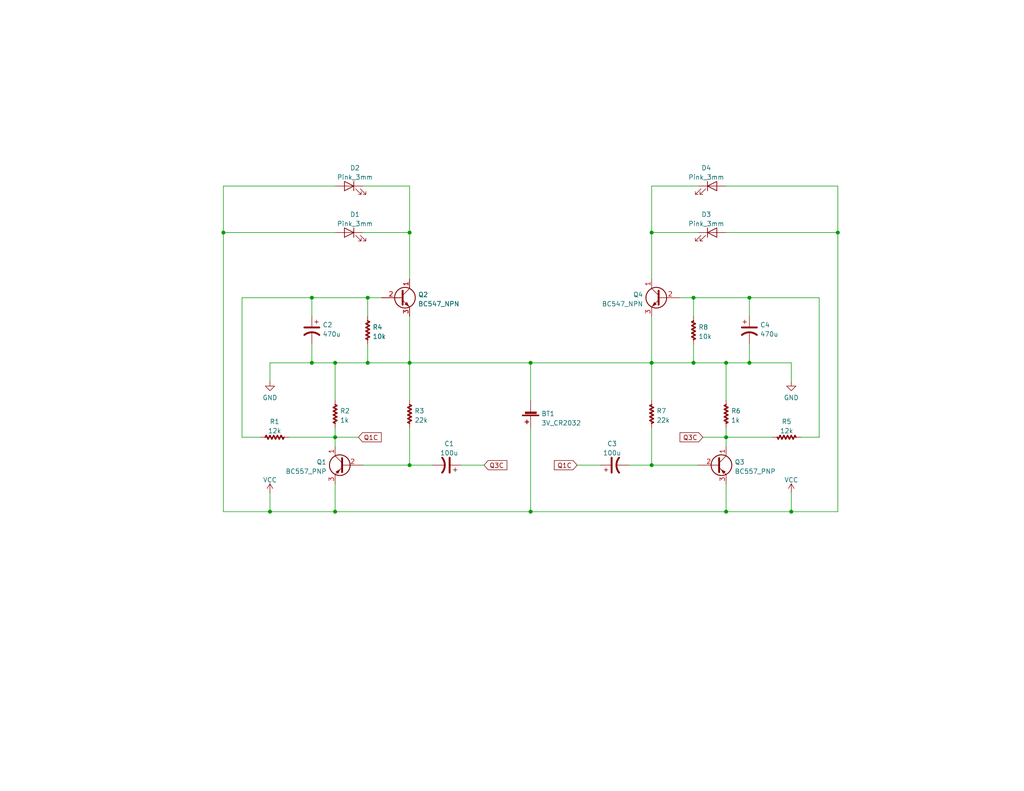
<source format=kicad_sch>
(kicad_sch (version 20211123) (generator eeschema)
  (paper "USLetter")
  (title_block (title "Sailor Moon Badge") (date "2023-07-09") (rev "1") (company "Made by Ninjician with help from @alt_bier"))
  (lib_symbols
    (symbol "0_local:Battery_CR2032" (pin_numbers hide) (pin_names (offset 0) hide)
      (property "Reference" "BT" (at 2.54 2.54 0))
      (property "Value" "Battery_CR2032" (at 2.54 0 0))
      (symbol "Battery_CR2032_0_1"
        (rectangle (start -2.286 1.778) (end 2.286 1.524) (fill (type outline)))
        (rectangle (start -1.5748 1.1938) (end 1.4732 0.6858) (fill (type outline)))
        (polyline (pts (xy 0 0.762) (xy 0 0)))
        (polyline (pts (xy 0 1.778) (xy 0 2.54)))
        (polyline (pts (xy 0.508 3.429) (xy 1.524 3.429)) (stroke (width 0.254)))
        (polyline (pts (xy 1.016 3.937) (xy 1.016 2.921)) (stroke (width 0.254)))
      )
      (symbol "Battery_CR2032_1_1"
        (pin passive line (at 0 5.08 270) (length 2.54) (name "+") (number "1"))
        (pin passive line (at 0 -2.54 90) (length 2.54) (name "-") (number "2"))
      )
    )
    (symbol "0_local:CP_Radial_D6" (pin_numbers hide) (pin_names (offset 0.254) hide)
      (property "Reference" "C" (at 0.635 2.54 0))
      (property "Value" "CP_Radial_D6" (at 0.635 -2.54 0))
      (symbol "CP_Radial_D6_0_1"
        (polyline (pts (xy -2.032 0.762) (xy 2.032 0.762)) (stroke (width 0.508)))
        (polyline (pts (xy -1.778 2.286) (xy -0.762 2.286)))
        (polyline (pts (xy -1.27 1.778) (xy -1.27 2.794)))
        (arc (start 2.032 -1.27) (mid 0 -0.5572) (end -2.032 -1.27) (stroke (width 0.508)))
      )
      (symbol "CP_Radial_D6_1_1"
        (pin passive line (at 0 3.81 270) (length 2.794) (name "~") (number "1"))
        (pin passive line (at 0 -3.81 90) (length 3.302) (name "~") (number "2"))
      )
    )
    (symbol "0_local:LED_THT_3mm" (pin_numbers hide) (pin_names (offset 1.016) hide)
      (property "Reference" "D" (at 0 2.54 0))
      (property "Value" "LED_THT_3mm" (at 0 -3.81 0))
      (symbol "LED_THT_3mm_0_1"
        (polyline (pts (xy -1.27 -1.27) (xy -1.27 1.27)) (stroke (width 0.2032)))
        (polyline (pts (xy -1.27 0) (xy 1.27 0)))
        (polyline (pts (xy 1.27 -1.27) (xy 1.27 1.27) (xy -1.27 0) (xy 1.27 -1.27)) (stroke (width 0.2032)))
        (polyline (pts (xy -3.048 -0.762) (xy -4.572 -2.286) (xy -3.81 -2.286) (xy -4.572 -2.286) (xy -4.572 -1.524)))
        (polyline (pts (xy -1.778 -0.762) (xy -3.302 -2.286) (xy -2.54 -2.286) (xy -3.302 -2.286) (xy -3.302 -1.524)))
      )
      (symbol "LED_THT_3mm_1_1"
        (pin passive line (at -3.81 0 0) (length 2.54) (name "K") (number "1"))
        (pin passive line (at 3.81 0 180) (length 2.54) (name "A") (number "2"))
      )
    )
    (symbol "0_local:Q_BC547_TO92_Back" (pin_names (offset 0) hide)
      (property "Reference" "Q" (at 5.08 1.905 0))
      (property "Value" "Q_BC547_TO92_Back" (at 5.08 0 0))
      (symbol "Q_BC547_TO92_Back_0_1"
        (polyline (pts (xy 0 0) (xy 0.635 0)))
        (polyline (pts (xy 0.635 0.635) (xy 2.54 2.54)))
        (polyline (pts (xy 0.635 -0.635) (xy 2.54 -2.54) (xy 2.54 -2.54)))
        (polyline (pts (xy 0.635 1.905) (xy 0.635 -1.905) (xy 0.635 -1.905)) (stroke (width 0.508)))
        (polyline (pts (xy 1.27 -1.778) (xy 1.778 -1.27) (xy 2.286 -2.286) (xy 1.27 -1.778) (xy 1.27 -1.778)) (fill (type outline)))
        (circle (center 1.27 0) (radius 2.8194) (stroke (width 0.254)))
      )
      (symbol "Q_BC547_TO92_Back_1_1"
        (pin passive line (at 2.54 5.08 270) (length 2.54) (name "C") (number "1"))
        (pin input line (at -5.08 0 0) (length 5.08) (name "B") (number "2"))
        (pin passive line (at 2.54 -5.08 90) (length 2.54) (name "E") (number "3"))
      )
    )
    (symbol "0_local:Q_BC557_TO92_Back" (pin_names (offset 0) hide)
      (property "Reference" "Q" (at 5.08 1.905 0))
      (property "Value" "Q_BC557_TO92_Back" (at 5.08 0 0))
      (symbol "Q_BC557_TO92_Back_0_1"
        (polyline (pts (xy 0.635 0.635) (xy 2.54 2.54)))
        (polyline (pts (xy 0.635 -0.635) (xy 2.54 -2.54) (xy 2.54 -2.54)))
        (polyline (pts (xy 0.635 1.905) (xy 0.635 -1.905) (xy 0.635 -1.905)) (stroke (width 0.508)))
        (polyline (pts (xy 2.286 -1.778) (xy 1.778 -2.286) (xy 1.27 -1.27) (xy 2.286 -1.778) (xy 2.286 -1.778)) (fill (type outline)))
        (circle (center 1.27 0) (radius 2.8194) (stroke (width 0.254)))
      )
      (symbol "Q_BC557_TO92_Back_1_1"
        (pin passive line (at 2.54 5.08 270) (length 2.54) (name "C") (number "1"))
        (pin input line (at -5.08 0 0) (length 5.715) (name "B") (number "2"))
        (pin passive line (at 2.54 -5.08 90) (length 2.54) (name "E") (number "3"))
      )
    )
    (symbol "0_local:R_Axial_Z_L6.3" (pin_numbers hide) (pin_names (offset 0))
      (property "Reference" "R" (at 2.032 0 90))
      (property "Value" "R_Axial_Z_L6.3" (at -2.032 0 90))
      (symbol "R_Axial_Z_L6.3_0_1"
        (polyline (pts (xy 0 2.54) (xy -0.508 2.286) (xy 0.508 1.778) (xy -0.508 1.27) (xy 0.508 0.762) (xy -0.508 0.254) (xy 0.508 -0.254) (xy -0.508 -0.762) (xy 0.508 -1.27) (xy -0.508 -1.778) (xy 0.508 -2.286) (xy 0 -2.54)) (stroke (width 0.381)))
      )
      (symbol "R_Axial_Z_L6.3_1_1"
        (pin passive line (at 0 3.81 270) (length 1.27) (name "~") (number "1"))
        (pin passive line (at 0 -3.81 90) (length 1.27) (name "~") (number "2"))
      )
    )
    (symbol "power:GND" (power) (pin_names (offset 0))
      (property "Value" "GND" (at 0 -3.81 0))
      (symbol "GND_0_1"
        (polyline (pts (xy 0 0) (xy 0 -1.27) (xy 1.27 -1.27) (xy 0 -2.54) (xy -1.27 -1.27) (xy 0 -1.27)))
      )
      (symbol "GND_1_1"
        (pin power_in line (at 0 0 270) (length 0) hide (name "GND") (number "1"))
      )
    )
    (symbol "power:VCC" (power) (pin_names (offset 0))
      (property "Value" "VCC" (at 0 3.81 0))
      (symbol "VCC_0_1"
        (polyline (pts (xy -0.762 1.27) (xy 0 2.54)))
        (polyline (pts (xy 0 0) (xy 0 2.54)))
        (polyline (pts (xy 0 2.54) (xy 0.762 1.27)))
      )
      (symbol "VCC_1_1"
        (pin power_in line (at 0 0 90) (length 0) hide (name "VCC") (number "1"))
      )
    )
  )
  (junction (at 177.8 127))
  (junction (at 111.76 99.06))
  (junction (at 73.66 139.7))
  (junction (at 111.76 127))
  (junction (at 111.76 63.5))
  (junction (at 91.44 119.38))
  (junction (at 100.33 99.06))
  (junction (at 177.8 99.06))
  (junction (at 177.8 63.5))
  (junction (at 100.33 81.28))
  (junction (at 144.78 99.06))
  (junction (at 189.23 81.28))
  (junction (at 204.47 99.06))
  (junction (at 204.47 81.28))
  (junction (at 215.9 139.7))
  (junction (at 198.12 139.7))
  (junction (at 198.12 99.06))
  (junction (at 91.44 139.7))
  (junction (at 91.44 99.06))
  (junction (at 198.12 119.38))
  (junction (at 85.09 81.28))
  (junction (at 144.78 139.7))
  (junction (at 189.23 99.06))
  (junction (at 85.09 99.06))
  (junction (at 228.6 63.5))
  (junction (at 60.96 63.5))
  (wire (pts (xy 198.12 99.06) (xy 198.12 109.22)))
  (wire (pts (xy 91.44 99.06) (xy 85.09 99.06)))
  (wire (pts (xy 215.9 134.62) (xy 215.9 139.7)))
  (wire (pts (xy 91.44 121.92) (xy 91.44 119.38)))
  (wire (pts (xy 91.44 63.5) (xy 60.96 63.5)))
  (wire (pts (xy 198.12 63.5) (xy 228.6 63.5)))
  (wire (pts (xy 228.6 63.5) (xy 228.6 50.8)))
  (wire (pts (xy 73.66 99.06) (xy 73.66 104.14)))
  (wire (pts (xy 177.8 99.06) (xy 189.23 99.06)))
  (wire (pts (xy 144.78 139.7) (xy 198.12 139.7)))
  (wire (pts (xy 100.33 81.28) (xy 104.14 81.28)))
  (wire (pts (xy 91.44 139.7) (xy 73.66 139.7)))
  (wire (pts (xy 177.8 63.5) (xy 190.5 63.5)))
  (wire (pts (xy 100.33 99.06) (xy 91.44 99.06)))
  (wire (pts (xy 100.33 86.36) (xy 100.33 81.28)))
  (wire (pts (xy 190.5 50.8) (xy 177.8 50.8)))
  (wire (pts (xy 66.04 119.38) (xy 66.04 81.28)))
  (wire (pts (xy 78.74 119.38) (xy 91.44 119.38)))
  (wire (pts (xy 111.76 50.8) (xy 111.76 63.5)))
  (wire (pts (xy 66.04 119.38) (xy 71.12 119.38)))
  (wire (pts (xy 91.44 119.38) (xy 97.79 119.38)))
  (wire (pts (xy 228.6 50.8) (xy 198.12 50.8)))
  (wire (pts (xy 125.73 127) (xy 132.08 127)))
  (wire (pts (xy 85.09 93.98) (xy 85.09 99.06)))
  (wire (pts (xy 189.23 81.28) (xy 185.42 81.28)))
  (wire (pts (xy 73.66 99.06) (xy 85.09 99.06)))
  (wire (pts (xy 91.44 132.08) (xy 91.44 139.7)))
  (wire (pts (xy 177.8 50.8) (xy 177.8 63.5)))
  (wire (pts (xy 210.82 119.38) (xy 198.12 119.38)))
  (wire (pts (xy 215.9 99.06) (xy 215.9 104.14)))
  (wire (pts (xy 91.44 99.06) (xy 91.44 109.22)))
  (wire (pts (xy 171.45 127) (xy 177.8 127)))
  (wire (pts (xy 99.06 50.8) (xy 111.76 50.8)))
  (wire (pts (xy 198.12 99.06) (xy 204.47 99.06)))
  (wire (pts (xy 204.47 93.98) (xy 204.47 99.06)))
  (wire (pts (xy 215.9 139.7) (xy 228.6 139.7)))
  (wire (pts (xy 91.44 119.38) (xy 91.44 116.84)))
  (wire (pts (xy 66.04 81.28) (xy 85.09 81.28)))
  (wire (pts (xy 204.47 86.36) (xy 204.47 81.28)))
  (wire (pts (xy 191.77 119.38) (xy 198.12 119.38)))
  (wire (pts (xy 198.12 119.38) (xy 198.12 116.84)))
  (wire (pts (xy 91.44 139.7) (xy 144.78 139.7)))
  (wire (pts (xy 177.8 127) (xy 190.5 127)))
  (wire (pts (xy 144.78 109.22) (xy 144.78 99.06)))
  (wire (pts (xy 111.76 63.5) (xy 99.06 63.5)))
  (wire (pts (xy 100.33 93.98) (xy 100.33 99.06)))
  (wire (pts (xy 73.66 134.62) (xy 73.66 139.7)))
  (wire (pts (xy 177.8 116.84) (xy 177.8 127)))
  (wire (pts (xy 60.96 50.8) (xy 91.44 50.8)))
  (wire (pts (xy 111.76 99.06) (xy 100.33 99.06)))
  (wire (pts (xy 204.47 81.28) (xy 189.23 81.28)))
  (wire (pts (xy 198.12 132.08) (xy 198.12 139.7)))
  (wire (pts (xy 60.96 63.5) (xy 60.96 50.8)))
  (wire (pts (xy 189.23 93.98) (xy 189.23 99.06)))
  (wire (pts (xy 189.23 99.06) (xy 198.12 99.06)))
  (wire (pts (xy 228.6 139.7) (xy 228.6 63.5)))
  (wire (pts (xy 204.47 99.06) (xy 215.9 99.06)))
  (wire (pts (xy 144.78 116.84) (xy 144.78 139.7)))
  (wire (pts (xy 177.8 76.2) (xy 177.8 63.5)))
  (wire (pts (xy 177.8 99.06) (xy 177.8 109.22)))
  (wire (pts (xy 111.76 99.06) (xy 144.78 99.06)))
  (wire (pts (xy 223.52 81.28) (xy 204.47 81.28)))
  (wire (pts (xy 111.76 127) (xy 118.11 127)))
  (wire (pts (xy 223.52 119.38) (xy 223.52 81.28)))
  (wire (pts (xy 85.09 86.36) (xy 85.09 81.28)))
  (wire (pts (xy 111.76 99.06) (xy 111.76 109.22)))
  (wire (pts (xy 111.76 76.2) (xy 111.76 63.5)))
  (wire (pts (xy 111.76 116.84) (xy 111.76 127)))
  (wire (pts (xy 111.76 86.36) (xy 111.76 99.06)))
  (wire (pts (xy 111.76 127) (xy 99.06 127)))
  (wire (pts (xy 223.52 119.38) (xy 218.44 119.38)))
  (wire (pts (xy 177.8 86.36) (xy 177.8 99.06)))
  (wire (pts (xy 157.48 127) (xy 163.83 127)))
  (wire (pts (xy 144.78 99.06) (xy 177.8 99.06)))
  (wire (pts (xy 189.23 86.36) (xy 189.23 81.28)))
  (wire (pts (xy 198.12 139.7) (xy 215.9 139.7)))
  (wire (pts (xy 198.12 121.92) (xy 198.12 119.38)))
  (wire (pts (xy 60.96 139.7) (xy 60.96 63.5)))
  (wire (pts (xy 85.09 81.28) (xy 100.33 81.28)))
  (wire (pts (xy 73.66 139.7) (xy 60.96 139.7)))
  (global_label "Q3C" (shape input) (at 132.08 127 0) (property "Intersheet References" "${INTERSHEET_REFS}" (effects hide)))
  (global_label "Q1C" (shape input) (at 97.79 119.38 0) (property "Intersheet References" "${INTERSHEET_REFS}" (effects hide)))
  (global_label "Q1C" (shape input) (at 157.48 127 180) (property "Intersheet References" "${INTERSHEET_REFS}" (effects hide)))
  (global_label "Q3C" (shape input) (at 191.77 119.38 180) (property "Intersheet References" "${INTERSHEET_REFS}" (effects hide)))
  (symbol (lib_id "0_local:Q_BC547_TO92_Back") (at 109.22 81.28 0) (unit 1)
    (property "Reference" "Q2" (at 114.0714 80.4453 0) (effects (justify left)))
    (property "Value" "BC547_NPN" (at 114.0714 82.9822 0) (effects (justify left)))
    (property "Footprint" "0_local:Q_BC547_TO-92_back" (effects hide))
    (property "Datasheet" "https://www.onsemi.com/pub/Collateral/BC550-D.pdf" (effects hide))
  )
  (symbol (lib_id "power:GND") (at 215.9 104.14 0) (mirror y) (unit 1)
    (property "Reference" "#PWR0101" (effects hide))
    (property "Value" "GND" (at 215.9 108.5834 0))
  )
  (symbol (lib_id "0_local:LED_THT_3mm") (at 194.31 63.5 0) (unit 1)
    (property "Reference" "D3" (at 192.7098 58.5556 0))
    (property "Value" "Pink_3mm" (at 192.7098 61.0925 0))
    (property "Footprint" "0_local:LED_D3.0mm-2_back" (effects hide))
  )
  (symbol (lib_id "0_local:R_Axial_Z_L6.3") (at 198.12 113.03 0) (unit 1)
    (property "Reference" "R6" (at 199.4535 112.1953 0) (effects (justify left)))
    (property "Value" "1k" (at 199.4535 114.7322 0) (effects (justify left)))
    (property "Footprint" "0_local:R_Axial_DIN0207_L6.3mm_D2.5mm_P7.62mm_Horizontal_back" (effects hide))
  )
  (symbol (lib_id "0_local:CP_Radial_D6") (at 85.09 90.17 0) (mirror y) (unit 1)
    (property "Reference" "C2" (at 88.011 88.7003 0) (effects (justify right)))
    (property "Value" "470u" (at 88.011 91.2372 0) (effects (justify right)))
    (property "Footprint" "0_local:CP_Radial_D6.3mm_P2.50mm_back" (effects hide))
  )
  (symbol (lib_id "0_local:LED_THT_3mm") (at 95.25 63.5 0) (mirror y) (unit 1)
    (property "Reference" "D1" (at 96.8502 58.5556 0))
    (property "Value" "Pink_3mm" (at 96.8502 61.0925 0))
    (property "Footprint" "0_local:LED_D3.0mm-2_back" (effects hide))
  )
  (symbol (lib_id "0_local:R_Axial_Z_L6.3") (at 189.23 90.17 0) (unit 1)
    (property "Reference" "R8" (at 190.5635 89.3353 0) (effects (justify left)))
    (property "Value" "10k" (at 190.5635 91.8722 0) (effects (justify left)))
    (property "Footprint" "0_local:R_Axial_DIN0207_L6.3mm_D2.5mm_P7.62mm_Horizontal_back" (effects hide))
  )
  (symbol (lib_id "0_local:Q_BC547_TO92_Back") (at 180.34 81.28 0) (mirror y) (unit 1)
    (property "Reference" "Q4" (at 175.4887 80.4453 0) (effects (justify left)))
    (property "Value" "BC547_NPN" (at 175.4887 82.9822 0) (effects (justify left)))
    (property "Footprint" "0_local:Q_BC547_TO-92_back" (effects hide))
    (property "Datasheet" "https://www.onsemi.com/pub/Collateral/BC550-D.pdf" (effects hide))
  )
  (symbol (lib_id "0_local:Q_BC557_TO92_Back") (at 195.58 127 0) (unit 1)
    (property "Reference" "Q3" (at 200.4314 126.1653 0) (effects (justify left)))
    (property "Value" "BC557_PNP" (at 200.4314 128.7022 0) (effects (justify left)))
    (property "Footprint" "0_local:Q_BC557_TO-92_back" (effects hide))
    (property "Datasheet" "https://www.onsemi.com/pub/Collateral/BC556BTA-D.pdf" (effects hide))
  )
  (symbol (lib_id "0_local:R_Axial_Z_L6.3") (at 177.8 113.03 0) (unit 1)
    (property "Reference" "R7" (at 179.1335 112.1953 0) (effects (justify left)))
    (property "Value" "22k" (at 179.1335 114.7322 0) (effects (justify left)))
    (property "Footprint" "0_local:R_Axial_DIN0207_L6.3mm_D2.5mm_P7.62mm_Horizontal_back" (effects hide))
  )
  (symbol (lib_id "0_local:R_Axial_Z_L6.3") (at 214.63 119.38 270) (unit 1)
    (property "Reference" "R5" (at 214.63 115.1087 90))
    (property "Value" "12k" (at 214.63 117.6456 90))
    (property "Footprint" "0_local:R_Axial_DIN0207_L6.3mm_D2.5mm_P7.62mm_Horizontal_back" (effects hide))
  )
  (symbol (lib_id "0_local:CP_Radial_D6") (at 121.92 127 270) (mirror x) (unit 1)
    (property "Reference" "C1" (at 122.555 121.1412 90))
    (property "Value" "100u" (at 122.555 123.6781 90))
    (property "Footprint" "0_local:CP_Radial_D6.3mm_P2.50mm_back" (effects hide))
  )
  (symbol (lib_id "0_local:Q_BC557_TO92_Back") (at 93.98 127 0) (mirror y) (unit 1)
    (property "Reference" "Q1" (at 89.1287 126.1653 0) (effects (justify left)))
    (property "Value" "BC557_PNP" (at 89.1287 128.7022 0) (effects (justify left)))
    (property "Footprint" "0_local:Q_BC557_TO-92_back" (effects hide))
    (property "Datasheet" "https://www.onsemi.com/pub/Collateral/BC556BTA-D.pdf" (effects hide))
  )
  (symbol (lib_id "0_local:Battery_CR2032") (at 144.78 111.76 180) (unit 1)
    (property "Reference" "BT1" (at 147.701 112.9573 0) (effects (justify right)))
    (property "Value" "3V_CR2032" (at 147.701 115.4942 0) (effects (justify right)))
    (property "Footprint" "0_local:BatteryHolder_CR2032-BS-2-1_Back_backsilk" (effects hide))
  )
  (symbol (lib_id "0_local:R_Axial_Z_L6.3") (at 91.44 113.03 0) (mirror y) (unit 1)
    (property "Reference" "R2" (at 92.7735 112.1953 0) (effects (justify right)))
    (property "Value" "1k" (at 92.7735 114.7322 0) (effects (justify right)))
    (property "Footprint" "0_local:R_Axial_DIN0207_L6.3mm_D2.5mm_P7.62mm_Horizontal_back" (effects hide))
  )
  (symbol (lib_id "0_local:CP_Radial_D6") (at 204.47 90.17 0) (unit 1)
    (property "Reference" "C4" (at 207.391 88.7003 0) (effects (justify left)))
    (property "Value" "470u" (at 207.391 91.2372 0) (effects (justify left)))
    (property "Footprint" "0_local:CP_Radial_D6.3mm_P2.50mm_back" (effects hide))
  )
  (symbol (lib_id "0_local:LED_THT_3mm") (at 194.31 50.8 0) (unit 1)
    (property "Reference" "D4" (at 192.7098 45.8556 0))
    (property "Value" "Pink_3mm" (at 192.7098 48.3925 0))
    (property "Footprint" "0_local:LED_D3.0mm-2_back" (effects hide))
  )
  (symbol (lib_id "0_local:R_Axial_Z_L6.3") (at 100.33 90.17 0) (mirror y) (unit 1)
    (property "Reference" "R4" (at 101.6635 89.3353 0) (effects (justify right)))
    (property "Value" "10k" (at 101.6635 91.8722 0) (effects (justify right)))
    (property "Footprint" "0_local:R_Axial_DIN0207_L6.3mm_D2.5mm_P7.62mm_Horizontal_back" (effects hide))
  )
  (symbol (lib_id "0_local:R_Axial_Z_L6.3") (at 74.93 119.38 90) (mirror x) (unit 1)
    (property "Reference" "R1" (at 74.93 115.1087 90))
    (property "Value" "12k" (at 74.93 117.6456 90))
    (property "Footprint" "0_local:R_Axial_DIN0207_L6.3mm_D2.5mm_P7.62mm_Horizontal_back" (effects hide))
  )
  (symbol (lib_id "0_local:CP_Radial_D6") (at 167.64 127 90) (unit 1)
    (property "Reference" "C3" (at 167.005 121.1412 90))
    (property "Value" "100u" (at 167.005 123.6781 90))
    (property "Footprint" "0_local:CP_Radial_D6.3mm_P2.50mm_back" (effects hide))
  )
  (symbol (lib_id "power:GND") (at 73.66 104.14 0) (mirror y) (unit 1)
    (property "Reference" "#PWR0104" (effects hide))
    (property "Value" "GND" (at 73.66 108.5834 0))
  )
  (symbol (lib_id "power:VCC") (at 215.9 134.62 0) (unit 1)
    (property "Reference" "#PWR0102" (effects hide))
    (property "Value" "VCC" (at 215.9 131.0442 0))
  )
  (symbol (lib_id "0_local:R_Axial_Z_L6.3") (at 111.76 113.03 0) (mirror y) (unit 1)
    (property "Reference" "R3" (at 113.0935 112.1953 0) (effects (justify right)))
    (property "Value" "22k" (at 113.0935 114.7322 0) (effects (justify right)))
    (property "Footprint" "0_local:R_Axial_DIN0207_L6.3mm_D2.5mm_P7.62mm_Horizontal_back" (effects hide))
  )
  (symbol (lib_id "0_local:LED_THT_3mm") (at 95.25 50.8 0) (mirror y) (unit 1)
    (property "Reference" "D2" (at 96.8502 45.8556 0))
    (property "Value" "Pink_3mm" (at 96.8502 48.3925 0))
    (property "Footprint" "0_local:LED_D3.0mm-2_back" (effects hide))
  )
  (symbol (lib_id "power:VCC") (at 73.66 134.62 0) (unit 1)
    (property "Reference" "#PWR0103" (effects hide))
    (property "Value" "VCC" (at 73.66 131.0442 0))
  )
)
</source>
